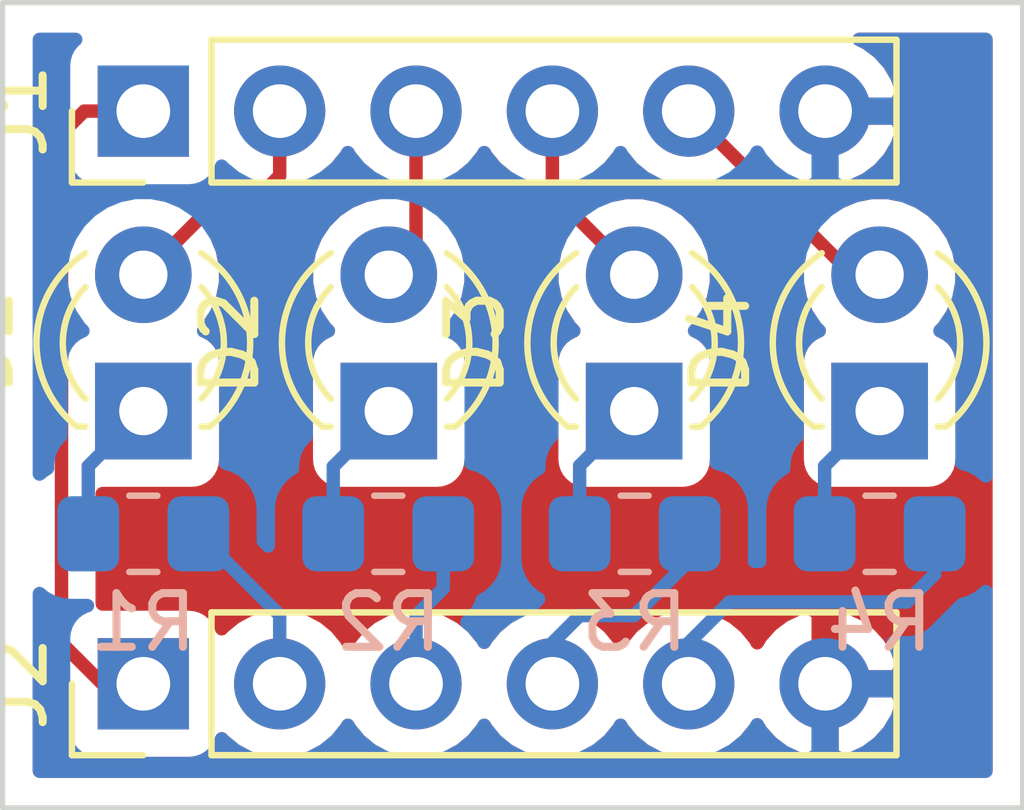
<source format=kicad_pcb>
(kicad_pcb (version 20171130) (host pcbnew 5.0.2)

  (general
    (thickness 1.6)
    (drawings 4)
    (tracks 38)
    (zones 0)
    (modules 10)
    (nets 15)
  )

  (page A4)
  (layers
    (0 F.Cu signal)
    (31 B.Cu signal)
    (32 B.Adhes user hide)
    (33 F.Adhes user hide)
    (34 B.Paste user hide)
    (35 F.Paste user hide)
    (36 B.SilkS user hide)
    (37 F.SilkS user hide)
    (38 B.Mask user)
    (39 F.Mask user)
    (40 Dwgs.User user hide)
    (41 Cmts.User user hide)
    (42 Eco1.User user hide)
    (43 Eco2.User user hide)
    (44 Edge.Cuts user)
    (45 Margin user)
    (46 B.CrtYd user hide)
    (47 F.CrtYd user hide)
    (48 B.Fab user hide)
    (49 F.Fab user hide)
  )

  (setup
    (last_trace_width 0.25)
    (user_trace_width 1.27)
    (user_trace_width 2.54)
    (trace_clearance 0.2)
    (zone_clearance 0.508)
    (zone_45_only no)
    (trace_min 0.2)
    (segment_width 0.2)
    (edge_width 0.05)
    (via_size 0.8)
    (via_drill 0.4)
    (via_min_size 0.4)
    (via_min_drill 0.3)
    (uvia_size 0.3)
    (uvia_drill 0.1)
    (uvias_allowed no)
    (uvia_min_size 0.2)
    (uvia_min_drill 0.1)
    (pcb_text_width 0.3)
    (pcb_text_size 1.5 1.5)
    (mod_edge_width 0.12)
    (mod_text_size 1 1)
    (mod_text_width 0.15)
    (pad_size 1.524 1.524)
    (pad_drill 0.762)
    (pad_to_mask_clearance 0.051)
    (solder_mask_min_width 0.25)
    (aux_axis_origin 132 109.5)
    (grid_origin 132 109.5)
    (visible_elements 7FFFEFFF)
    (pcbplotparams
      (layerselection 0x010c0_ffffffff)
      (usegerberextensions true)
      (usegerberattributes false)
      (usegerberadvancedattributes false)
      (creategerberjobfile false)
      (excludeedgelayer false)
      (linewidth 0.100000)
      (plotframeref false)
      (viasonmask false)
      (mode 1)
      (useauxorigin true)
      (hpglpennumber 1)
      (hpglpenspeed 20)
      (hpglpendiameter 15.000000)
      (psnegative false)
      (psa4output false)
      (plotreference false)
      (plotvalue false)
      (plotinvisibletext false)
      (padsonsilk true)
      (subtractmaskfromsilk false)
      (outputformat 1)
      (mirror false)
      (drillshape 0)
      (scaleselection 1)
      (outputdirectory "/tmp"))
  )

  (net 0 "")
  (net 1 "Net-(D1-Pad2)")
  (net 2 "Net-(D1-Pad1)")
  (net 3 "Net-(D2-Pad2)")
  (net 4 "Net-(D2-Pad1)")
  (net 5 "Net-(D3-Pad2)")
  (net 6 "Net-(D3-Pad1)")
  (net 7 "Net-(D4-Pad2)")
  (net 8 "Net-(D4-Pad1)")
  (net 9 GND)
  (net 10 VCC)
  (net 11 "Net-(J2-Pad5)")
  (net 12 "Net-(J2-Pad4)")
  (net 13 "Net-(J2-Pad3)")
  (net 14 "Net-(J2-Pad2)")

  (net_class Default "Dies ist die voreingestellte Netzklasse."
    (clearance 0.2)
    (trace_width 0.25)
    (via_dia 0.8)
    (via_drill 0.4)
    (uvia_dia 0.3)
    (uvia_drill 0.1)
    (add_net GND)
    (add_net "Net-(D1-Pad1)")
    (add_net "Net-(D1-Pad2)")
    (add_net "Net-(D2-Pad1)")
    (add_net "Net-(D2-Pad2)")
    (add_net "Net-(D3-Pad1)")
    (add_net "Net-(D3-Pad2)")
    (add_net "Net-(D4-Pad1)")
    (add_net "Net-(D4-Pad2)")
    (add_net "Net-(J2-Pad2)")
    (add_net "Net-(J2-Pad3)")
    (add_net "Net-(J2-Pad4)")
    (add_net "Net-(J2-Pad5)")
    (add_net VCC)
  )

  (module Resistor_SMD:R_0805_2012Metric_Pad1.15x1.40mm_HandSolder (layer B.Cu) (tedit 5B36C52B) (tstamp 5D680666)
    (at 148.336 104.394)
    (descr "Resistor SMD 0805 (2012 Metric), square (rectangular) end terminal, IPC_7351 nominal with elongated pad for handsoldering. (Body size source: https://docs.google.com/spreadsheets/d/1BsfQQcO9C6DZCsRaXUlFlo91Tg2WpOkGARC1WS5S8t0/edit?usp=sharing), generated with kicad-footprint-generator")
    (tags "resistor handsolder")
    (path /5D67EBB2)
    (attr smd)
    (fp_text reference R4 (at 0 1.65) (layer B.SilkS)
      (effects (font (size 1 1) (thickness 0.15)) (justify mirror))
    )
    (fp_text value R (at 0 -1.65) (layer B.Fab)
      (effects (font (size 1 1) (thickness 0.15)) (justify mirror))
    )
    (fp_text user %R (at 0 0) (layer B.Fab)
      (effects (font (size 0.5 0.5) (thickness 0.08)) (justify mirror))
    )
    (fp_line (start 1.85 -0.95) (end -1.85 -0.95) (layer B.CrtYd) (width 0.05))
    (fp_line (start 1.85 0.95) (end 1.85 -0.95) (layer B.CrtYd) (width 0.05))
    (fp_line (start -1.85 0.95) (end 1.85 0.95) (layer B.CrtYd) (width 0.05))
    (fp_line (start -1.85 -0.95) (end -1.85 0.95) (layer B.CrtYd) (width 0.05))
    (fp_line (start -0.261252 -0.71) (end 0.261252 -0.71) (layer B.SilkS) (width 0.12))
    (fp_line (start -0.261252 0.71) (end 0.261252 0.71) (layer B.SilkS) (width 0.12))
    (fp_line (start 1 -0.6) (end -1 -0.6) (layer B.Fab) (width 0.1))
    (fp_line (start 1 0.6) (end 1 -0.6) (layer B.Fab) (width 0.1))
    (fp_line (start -1 0.6) (end 1 0.6) (layer B.Fab) (width 0.1))
    (fp_line (start -1 -0.6) (end -1 0.6) (layer B.Fab) (width 0.1))
    (pad 2 smd roundrect (at 1.025 0) (size 1.15 1.4) (layers B.Cu B.Paste B.Mask) (roundrect_rratio 0.217391)
      (net 11 "Net-(J2-Pad5)"))
    (pad 1 smd roundrect (at -1.025 0) (size 1.15 1.4) (layers B.Cu B.Paste B.Mask) (roundrect_rratio 0.217391)
      (net 8 "Net-(D4-Pad1)"))
    (model ${KISYS3DMOD}/Resistor_SMD.3dshapes/R_0805_2012Metric.wrl
      (at (xyz 0 0 0))
      (scale (xyz 1 1 1))
      (rotate (xyz 0 0 0))
    )
  )

  (module Resistor_SMD:R_0805_2012Metric_Pad1.15x1.40mm_HandSolder (layer B.Cu) (tedit 5B36C52B) (tstamp 5D681124)
    (at 143.773 104.394)
    (descr "Resistor SMD 0805 (2012 Metric), square (rectangular) end terminal, IPC_7351 nominal with elongated pad for handsoldering. (Body size source: https://docs.google.com/spreadsheets/d/1BsfQQcO9C6DZCsRaXUlFlo91Tg2WpOkGARC1WS5S8t0/edit?usp=sharing), generated with kicad-footprint-generator")
    (tags "resistor handsolder")
    (path /5D67E986)
    (attr smd)
    (fp_text reference R3 (at 0 1.65 180) (layer B.SilkS)
      (effects (font (size 1 1) (thickness 0.15)) (justify mirror))
    )
    (fp_text value R (at 0 -1.65 180) (layer B.Fab)
      (effects (font (size 1 1) (thickness 0.15)) (justify mirror))
    )
    (fp_text user %R (at 0 0 180) (layer B.Fab)
      (effects (font (size 0.5 0.5) (thickness 0.08)) (justify mirror))
    )
    (fp_line (start 1.85 -0.95) (end -1.85 -0.95) (layer B.CrtYd) (width 0.05))
    (fp_line (start 1.85 0.95) (end 1.85 -0.95) (layer B.CrtYd) (width 0.05))
    (fp_line (start -1.85 0.95) (end 1.85 0.95) (layer B.CrtYd) (width 0.05))
    (fp_line (start -1.85 -0.95) (end -1.85 0.95) (layer B.CrtYd) (width 0.05))
    (fp_line (start -0.261252 -0.71) (end 0.261252 -0.71) (layer B.SilkS) (width 0.12))
    (fp_line (start -0.261252 0.71) (end 0.261252 0.71) (layer B.SilkS) (width 0.12))
    (fp_line (start 1 -0.6) (end -1 -0.6) (layer B.Fab) (width 0.1))
    (fp_line (start 1 0.6) (end 1 -0.6) (layer B.Fab) (width 0.1))
    (fp_line (start -1 0.6) (end 1 0.6) (layer B.Fab) (width 0.1))
    (fp_line (start -1 -0.6) (end -1 0.6) (layer B.Fab) (width 0.1))
    (pad 2 smd roundrect (at 1.025 0) (size 1.15 1.4) (layers B.Cu B.Paste B.Mask) (roundrect_rratio 0.217391)
      (net 12 "Net-(J2-Pad4)"))
    (pad 1 smd roundrect (at -1.025 0) (size 1.15 1.4) (layers B.Cu B.Paste B.Mask) (roundrect_rratio 0.217391)
      (net 6 "Net-(D3-Pad1)"))
    (model ${KISYS3DMOD}/Resistor_SMD.3dshapes/R_0805_2012Metric.wrl
      (at (xyz 0 0 0))
      (scale (xyz 1 1 1))
      (rotate (xyz 0 0 0))
    )
  )

  (module Resistor_SMD:R_0805_2012Metric_Pad1.15x1.40mm_HandSolder (layer B.Cu) (tedit 5B36C52B) (tstamp 5D680644)
    (at 139.183 104.394)
    (descr "Resistor SMD 0805 (2012 Metric), square (rectangular) end terminal, IPC_7351 nominal with elongated pad for handsoldering. (Body size source: https://docs.google.com/spreadsheets/d/1BsfQQcO9C6DZCsRaXUlFlo91Tg2WpOkGARC1WS5S8t0/edit?usp=sharing), generated with kicad-footprint-generator")
    (tags "resistor handsolder")
    (path /5D67E741)
    (attr smd)
    (fp_text reference R2 (at 0 1.65) (layer B.SilkS)
      (effects (font (size 1 1) (thickness 0.15)) (justify mirror))
    )
    (fp_text value R (at 0 -1.65) (layer B.Fab)
      (effects (font (size 1 1) (thickness 0.15)) (justify mirror))
    )
    (fp_text user %R (at 0 0) (layer B.Fab)
      (effects (font (size 0.5 0.5) (thickness 0.08)) (justify mirror))
    )
    (fp_line (start 1.85 -0.95) (end -1.85 -0.95) (layer B.CrtYd) (width 0.05))
    (fp_line (start 1.85 0.95) (end 1.85 -0.95) (layer B.CrtYd) (width 0.05))
    (fp_line (start -1.85 0.95) (end 1.85 0.95) (layer B.CrtYd) (width 0.05))
    (fp_line (start -1.85 -0.95) (end -1.85 0.95) (layer B.CrtYd) (width 0.05))
    (fp_line (start -0.261252 -0.71) (end 0.261252 -0.71) (layer B.SilkS) (width 0.12))
    (fp_line (start -0.261252 0.71) (end 0.261252 0.71) (layer B.SilkS) (width 0.12))
    (fp_line (start 1 -0.6) (end -1 -0.6) (layer B.Fab) (width 0.1))
    (fp_line (start 1 0.6) (end 1 -0.6) (layer B.Fab) (width 0.1))
    (fp_line (start -1 0.6) (end 1 0.6) (layer B.Fab) (width 0.1))
    (fp_line (start -1 -0.6) (end -1 0.6) (layer B.Fab) (width 0.1))
    (pad 2 smd roundrect (at 1.025 0) (size 1.15 1.4) (layers B.Cu B.Paste B.Mask) (roundrect_rratio 0.217391)
      (net 13 "Net-(J2-Pad3)"))
    (pad 1 smd roundrect (at -1.025 0) (size 1.15 1.4) (layers B.Cu B.Paste B.Mask) (roundrect_rratio 0.217391)
      (net 4 "Net-(D2-Pad1)"))
    (model ${KISYS3DMOD}/Resistor_SMD.3dshapes/R_0805_2012Metric.wrl
      (at (xyz 0 0 0))
      (scale (xyz 1 1 1))
      (rotate (xyz 0 0 0))
    )
  )

  (module Resistor_SMD:R_0805_2012Metric_Pad1.15x1.40mm_HandSolder (layer B.Cu) (tedit 5B36C52B) (tstamp 5D680633)
    (at 134.62 104.394)
    (descr "Resistor SMD 0805 (2012 Metric), square (rectangular) end terminal, IPC_7351 nominal with elongated pad for handsoldering. (Body size source: https://docs.google.com/spreadsheets/d/1BsfQQcO9C6DZCsRaXUlFlo91Tg2WpOkGARC1WS5S8t0/edit?usp=sharing), generated with kicad-footprint-generator")
    (tags "resistor handsolder")
    (path /5D67DBF9)
    (attr smd)
    (fp_text reference R1 (at 0 1.65 180) (layer B.SilkS)
      (effects (font (size 1 1) (thickness 0.15)) (justify mirror))
    )
    (fp_text value R (at 0 -1.65 180) (layer B.Fab)
      (effects (font (size 1 1) (thickness 0.15)) (justify mirror))
    )
    (fp_text user %R (at 0 0 180) (layer B.Fab)
      (effects (font (size 0.5 0.5) (thickness 0.08)) (justify mirror))
    )
    (fp_line (start 1.85 -0.95) (end -1.85 -0.95) (layer B.CrtYd) (width 0.05))
    (fp_line (start 1.85 0.95) (end 1.85 -0.95) (layer B.CrtYd) (width 0.05))
    (fp_line (start -1.85 0.95) (end 1.85 0.95) (layer B.CrtYd) (width 0.05))
    (fp_line (start -1.85 -0.95) (end -1.85 0.95) (layer B.CrtYd) (width 0.05))
    (fp_line (start -0.261252 -0.71) (end 0.261252 -0.71) (layer B.SilkS) (width 0.12))
    (fp_line (start -0.261252 0.71) (end 0.261252 0.71) (layer B.SilkS) (width 0.12))
    (fp_line (start 1 -0.6) (end -1 -0.6) (layer B.Fab) (width 0.1))
    (fp_line (start 1 0.6) (end 1 -0.6) (layer B.Fab) (width 0.1))
    (fp_line (start -1 0.6) (end 1 0.6) (layer B.Fab) (width 0.1))
    (fp_line (start -1 -0.6) (end -1 0.6) (layer B.Fab) (width 0.1))
    (pad 2 smd roundrect (at 1.025 0) (size 1.15 1.4) (layers B.Cu B.Paste B.Mask) (roundrect_rratio 0.217391)
      (net 14 "Net-(J2-Pad2)"))
    (pad 1 smd roundrect (at -1.025 0) (size 1.15 1.4) (layers B.Cu B.Paste B.Mask) (roundrect_rratio 0.217391)
      (net 2 "Net-(D1-Pad1)"))
    (model ${KISYS3DMOD}/Resistor_SMD.3dshapes/R_0805_2012Metric.wrl
      (at (xyz 0 0 0))
      (scale (xyz 1 1 1))
      (rotate (xyz 0 0 0))
    )
  )

  (module Connector_PinHeader_2.54mm:PinHeader_1x06_P2.54mm_Vertical (layer F.Cu) (tedit 59FED5CC) (tstamp 5D681682)
    (at 134.62 107.188 90)
    (descr "Through hole straight pin header, 1x06, 2.54mm pitch, single row")
    (tags "Through hole pin header THT 1x06 2.54mm single row")
    (path /5D68113E)
    (fp_text reference J2 (at 0 -2.33 90) (layer F.SilkS)
      (effects (font (size 1 1) (thickness 0.15)))
    )
    (fp_text value Conn_01x06 (at 0 15.03 90) (layer F.Fab)
      (effects (font (size 1 1) (thickness 0.15)))
    )
    (fp_text user %R (at 0 6.35) (layer F.Fab)
      (effects (font (size 1 1) (thickness 0.15)))
    )
    (fp_line (start 1.8 -1.8) (end -1.8 -1.8) (layer F.CrtYd) (width 0.05))
    (fp_line (start 1.8 14.5) (end 1.8 -1.8) (layer F.CrtYd) (width 0.05))
    (fp_line (start -1.8 14.5) (end 1.8 14.5) (layer F.CrtYd) (width 0.05))
    (fp_line (start -1.8 -1.8) (end -1.8 14.5) (layer F.CrtYd) (width 0.05))
    (fp_line (start -1.33 -1.33) (end 0 -1.33) (layer F.SilkS) (width 0.12))
    (fp_line (start -1.33 0) (end -1.33 -1.33) (layer F.SilkS) (width 0.12))
    (fp_line (start -1.33 1.27) (end 1.33 1.27) (layer F.SilkS) (width 0.12))
    (fp_line (start 1.33 1.27) (end 1.33 14.03) (layer F.SilkS) (width 0.12))
    (fp_line (start -1.33 1.27) (end -1.33 14.03) (layer F.SilkS) (width 0.12))
    (fp_line (start -1.33 14.03) (end 1.33 14.03) (layer F.SilkS) (width 0.12))
    (fp_line (start -1.27 -0.635) (end -0.635 -1.27) (layer F.Fab) (width 0.1))
    (fp_line (start -1.27 13.97) (end -1.27 -0.635) (layer F.Fab) (width 0.1))
    (fp_line (start 1.27 13.97) (end -1.27 13.97) (layer F.Fab) (width 0.1))
    (fp_line (start 1.27 -1.27) (end 1.27 13.97) (layer F.Fab) (width 0.1))
    (fp_line (start -0.635 -1.27) (end 1.27 -1.27) (layer F.Fab) (width 0.1))
    (pad 6 thru_hole oval (at 0 12.7 90) (size 1.7 1.7) (drill 1) (layers *.Cu *.Mask)
      (net 9 GND))
    (pad 5 thru_hole oval (at 0 10.16 90) (size 1.7 1.7) (drill 1) (layers *.Cu *.Mask)
      (net 11 "Net-(J2-Pad5)"))
    (pad 4 thru_hole oval (at 0 7.62 90) (size 1.7 1.7) (drill 1) (layers *.Cu *.Mask)
      (net 12 "Net-(J2-Pad4)"))
    (pad 3 thru_hole oval (at 0 5.08 90) (size 1.7 1.7) (drill 1) (layers *.Cu *.Mask)
      (net 13 "Net-(J2-Pad3)"))
    (pad 2 thru_hole oval (at 0 2.54 90) (size 1.7 1.7) (drill 1) (layers *.Cu *.Mask)
      (net 14 "Net-(J2-Pad2)"))
    (pad 1 thru_hole rect (at 0 0 90) (size 1.7 1.7) (drill 1) (layers *.Cu *.Mask)
      (net 10 VCC))
    (model ${KISYS3DMOD}/Connector_PinHeader_2.54mm.3dshapes/PinHeader_1x06_P2.54mm_Vertical.wrl
      (at (xyz 0 0 0))
      (scale (xyz 1 1 1))
      (rotate (xyz 0 0 0))
    )
  )

  (module Connector_PinHeader_2.54mm:PinHeader_1x06_P2.54mm_Vertical (layer F.Cu) (tedit 59FED5CC) (tstamp 5D680608)
    (at 134.62 96.52 90)
    (descr "Through hole straight pin header, 1x06, 2.54mm pitch, single row")
    (tags "Through hole pin header THT 1x06 2.54mm single row")
    (path /5D67F92B)
    (fp_text reference J1 (at 0 -2.33 90) (layer F.SilkS)
      (effects (font (size 1 1) (thickness 0.15)))
    )
    (fp_text value Conn_01x06 (at 0 15.03 90) (layer F.Fab)
      (effects (font (size 1 1) (thickness 0.15)))
    )
    (fp_text user %R (at -0.24 6.35) (layer F.Fab)
      (effects (font (size 1 1) (thickness 0.15)))
    )
    (fp_line (start 1.8 -1.8) (end -1.8 -1.8) (layer F.CrtYd) (width 0.05))
    (fp_line (start 1.8 14.5) (end 1.8 -1.8) (layer F.CrtYd) (width 0.05))
    (fp_line (start -1.8 14.5) (end 1.8 14.5) (layer F.CrtYd) (width 0.05))
    (fp_line (start -1.8 -1.8) (end -1.8 14.5) (layer F.CrtYd) (width 0.05))
    (fp_line (start -1.33 -1.33) (end 0 -1.33) (layer F.SilkS) (width 0.12))
    (fp_line (start -1.33 0) (end -1.33 -1.33) (layer F.SilkS) (width 0.12))
    (fp_line (start -1.33 1.27) (end 1.33 1.27) (layer F.SilkS) (width 0.12))
    (fp_line (start 1.33 1.27) (end 1.33 14.03) (layer F.SilkS) (width 0.12))
    (fp_line (start -1.33 1.27) (end -1.33 14.03) (layer F.SilkS) (width 0.12))
    (fp_line (start -1.33 14.03) (end 1.33 14.03) (layer F.SilkS) (width 0.12))
    (fp_line (start -1.27 -0.635) (end -0.635 -1.27) (layer F.Fab) (width 0.1))
    (fp_line (start -1.27 13.97) (end -1.27 -0.635) (layer F.Fab) (width 0.1))
    (fp_line (start 1.27 13.97) (end -1.27 13.97) (layer F.Fab) (width 0.1))
    (fp_line (start 1.27 -1.27) (end 1.27 13.97) (layer F.Fab) (width 0.1))
    (fp_line (start -0.635 -1.27) (end 1.27 -1.27) (layer F.Fab) (width 0.1))
    (pad 6 thru_hole oval (at 0 12.7 90) (size 1.7 1.7) (drill 1) (layers *.Cu *.Mask)
      (net 9 GND))
    (pad 5 thru_hole oval (at 0 10.16 90) (size 1.7 1.7) (drill 1) (layers *.Cu *.Mask)
      (net 7 "Net-(D4-Pad2)"))
    (pad 4 thru_hole oval (at 0 7.62 90) (size 1.7 1.7) (drill 1) (layers *.Cu *.Mask)
      (net 5 "Net-(D3-Pad2)"))
    (pad 3 thru_hole oval (at 0 5.08 90) (size 1.7 1.7) (drill 1) (layers *.Cu *.Mask)
      (net 3 "Net-(D2-Pad2)"))
    (pad 2 thru_hole oval (at 0 2.54 90) (size 1.7 1.7) (drill 1) (layers *.Cu *.Mask)
      (net 1 "Net-(D1-Pad2)"))
    (pad 1 thru_hole rect (at 0 0 90) (size 1.7 1.7) (drill 1) (layers *.Cu *.Mask)
      (net 10 VCC))
    (model ${KISYS3DMOD}/Connector_PinHeader_2.54mm.3dshapes/PinHeader_1x06_P2.54mm_Vertical.wrl
      (at (xyz 0 0 0))
      (scale (xyz 1 1 1))
      (rotate (xyz 0 0 0))
    )
  )

  (module LED_THT:LED_D3.0mm (layer F.Cu) (tedit 587A3A7B) (tstamp 5D6805EE)
    (at 148.336 102.108 90)
    (descr "LED, diameter 3.0mm, 2 pins")
    (tags "LED diameter 3.0mm 2 pins")
    (path /5D67C710)
    (fp_text reference D4 (at 1.27 -2.96 90) (layer F.SilkS)
      (effects (font (size 1 1) (thickness 0.15)))
    )
    (fp_text value LED (at 1.27 2.96 90) (layer F.Fab)
      (effects (font (size 1 1) (thickness 0.15)))
    )
    (fp_line (start 3.7 -2.25) (end -1.15 -2.25) (layer F.CrtYd) (width 0.05))
    (fp_line (start 3.7 2.25) (end 3.7 -2.25) (layer F.CrtYd) (width 0.05))
    (fp_line (start -1.15 2.25) (end 3.7 2.25) (layer F.CrtYd) (width 0.05))
    (fp_line (start -1.15 -2.25) (end -1.15 2.25) (layer F.CrtYd) (width 0.05))
    (fp_line (start -0.29 1.08) (end -0.29 1.236) (layer F.SilkS) (width 0.12))
    (fp_line (start -0.29 -1.236) (end -0.29 -1.08) (layer F.SilkS) (width 0.12))
    (fp_line (start -0.23 -1.16619) (end -0.23 1.16619) (layer F.Fab) (width 0.1))
    (fp_circle (center 1.27 0) (end 2.77 0) (layer F.Fab) (width 0.1))
    (fp_arc (start 1.27 0) (end 0.229039 1.08) (angle -87.9) (layer F.SilkS) (width 0.12))
    (fp_arc (start 1.27 0) (end 0.229039 -1.08) (angle 87.9) (layer F.SilkS) (width 0.12))
    (fp_arc (start 1.27 0) (end -0.29 1.235516) (angle -108.8) (layer F.SilkS) (width 0.12))
    (fp_arc (start 1.27 0) (end -0.29 -1.235516) (angle 108.8) (layer F.SilkS) (width 0.12))
    (fp_arc (start 1.27 0) (end -0.23 -1.16619) (angle 284.3) (layer F.Fab) (width 0.1))
    (pad 2 thru_hole circle (at 2.54 0 90) (size 1.8 1.8) (drill 0.9) (layers *.Cu *.Mask)
      (net 7 "Net-(D4-Pad2)"))
    (pad 1 thru_hole rect (at 0 0 90) (size 1.8 1.8) (drill 0.9) (layers *.Cu *.Mask)
      (net 8 "Net-(D4-Pad1)"))
    (model ${KISYS3DMOD}/LED_THT.3dshapes/LED_D3.0mm.wrl
      (at (xyz 0 0 0))
      (scale (xyz 1 1 1))
      (rotate (xyz 0 0 0))
    )
  )

  (module LED_THT:LED_D3.0mm (layer F.Cu) (tedit 587A3A7B) (tstamp 5D6805DB)
    (at 143.764 102.108 90)
    (descr "LED, diameter 3.0mm, 2 pins")
    (tags "LED diameter 3.0mm 2 pins")
    (path /5D67C4BD)
    (fp_text reference D3 (at 1.27 -2.96 90) (layer F.SilkS)
      (effects (font (size 1 1) (thickness 0.15)))
    )
    (fp_text value LED (at 1.27 2.96 90) (layer F.Fab)
      (effects (font (size 1 1) (thickness 0.15)))
    )
    (fp_line (start 3.7 -2.25) (end -1.15 -2.25) (layer F.CrtYd) (width 0.05))
    (fp_line (start 3.7 2.25) (end 3.7 -2.25) (layer F.CrtYd) (width 0.05))
    (fp_line (start -1.15 2.25) (end 3.7 2.25) (layer F.CrtYd) (width 0.05))
    (fp_line (start -1.15 -2.25) (end -1.15 2.25) (layer F.CrtYd) (width 0.05))
    (fp_line (start -0.29 1.08) (end -0.29 1.236) (layer F.SilkS) (width 0.12))
    (fp_line (start -0.29 -1.236) (end -0.29 -1.08) (layer F.SilkS) (width 0.12))
    (fp_line (start -0.23 -1.16619) (end -0.23 1.16619) (layer F.Fab) (width 0.1))
    (fp_circle (center 1.27 0) (end 2.77 0) (layer F.Fab) (width 0.1))
    (fp_arc (start 1.27 0) (end 0.229039 1.08) (angle -87.9) (layer F.SilkS) (width 0.12))
    (fp_arc (start 1.27 0) (end 0.229039 -1.08) (angle 87.9) (layer F.SilkS) (width 0.12))
    (fp_arc (start 1.27 0) (end -0.29 1.235516) (angle -108.8) (layer F.SilkS) (width 0.12))
    (fp_arc (start 1.27 0) (end -0.29 -1.235516) (angle 108.8) (layer F.SilkS) (width 0.12))
    (fp_arc (start 1.27 0) (end -0.23 -1.16619) (angle 284.3) (layer F.Fab) (width 0.1))
    (pad 2 thru_hole circle (at 2.54 0 90) (size 1.8 1.8) (drill 0.9) (layers *.Cu *.Mask)
      (net 5 "Net-(D3-Pad2)"))
    (pad 1 thru_hole rect (at 0 0 90) (size 1.8 1.8) (drill 0.9) (layers *.Cu *.Mask)
      (net 6 "Net-(D3-Pad1)"))
    (model ${KISYS3DMOD}/LED_THT.3dshapes/LED_D3.0mm.wrl
      (at (xyz 0 0 0))
      (scale (xyz 1 1 1))
      (rotate (xyz 0 0 0))
    )
  )

  (module LED_THT:LED_D3.0mm (layer F.Cu) (tedit 587A3A7B) (tstamp 5D6805C8)
    (at 139.192 102.108 90)
    (descr "LED, diameter 3.0mm, 2 pins")
    (tags "LED diameter 3.0mm 2 pins")
    (path /5D67BE67)
    (fp_text reference D2 (at 1.27 -2.96 90) (layer F.SilkS)
      (effects (font (size 1 1) (thickness 0.15)))
    )
    (fp_text value LED (at 1.27 2.96 90) (layer F.Fab)
      (effects (font (size 1 1) (thickness 0.15)))
    )
    (fp_line (start 3.7 -2.25) (end -1.15 -2.25) (layer F.CrtYd) (width 0.05))
    (fp_line (start 3.7 2.25) (end 3.7 -2.25) (layer F.CrtYd) (width 0.05))
    (fp_line (start -1.15 2.25) (end 3.7 2.25) (layer F.CrtYd) (width 0.05))
    (fp_line (start -1.15 -2.25) (end -1.15 2.25) (layer F.CrtYd) (width 0.05))
    (fp_line (start -0.29 1.08) (end -0.29 1.236) (layer F.SilkS) (width 0.12))
    (fp_line (start -0.29 -1.236) (end -0.29 -1.08) (layer F.SilkS) (width 0.12))
    (fp_line (start -0.23 -1.16619) (end -0.23 1.16619) (layer F.Fab) (width 0.1))
    (fp_circle (center 1.27 0) (end 2.77 0) (layer F.Fab) (width 0.1))
    (fp_arc (start 1.27 0) (end 0.229039 1.08) (angle -87.9) (layer F.SilkS) (width 0.12))
    (fp_arc (start 1.27 0) (end 0.229039 -1.08) (angle 87.9) (layer F.SilkS) (width 0.12))
    (fp_arc (start 1.27 0) (end -0.29 1.235516) (angle -108.8) (layer F.SilkS) (width 0.12))
    (fp_arc (start 1.27 0) (end -0.29 -1.235516) (angle 108.8) (layer F.SilkS) (width 0.12))
    (fp_arc (start 1.27 0) (end -0.23 -1.16619) (angle 284.3) (layer F.Fab) (width 0.1))
    (pad 2 thru_hole circle (at 2.54 0 90) (size 1.8 1.8) (drill 0.9) (layers *.Cu *.Mask)
      (net 3 "Net-(D2-Pad2)"))
    (pad 1 thru_hole rect (at 0 0 90) (size 1.8 1.8) (drill 0.9) (layers *.Cu *.Mask)
      (net 4 "Net-(D2-Pad1)"))
    (model ${KISYS3DMOD}/LED_THT.3dshapes/LED_D3.0mm.wrl
      (at (xyz 0 0 0))
      (scale (xyz 1 1 1))
      (rotate (xyz 0 0 0))
    )
  )

  (module LED_THT:LED_D3.0mm (layer F.Cu) (tedit 587A3A7B) (tstamp 5D681D89)
    (at 134.62 102.108 90)
    (descr "LED, diameter 3.0mm, 2 pins")
    (tags "LED diameter 3.0mm 2 pins")
    (path /5D67B38D)
    (fp_text reference D1 (at 1.27 -2.96 90) (layer F.SilkS)
      (effects (font (size 1 1) (thickness 0.15)))
    )
    (fp_text value LED (at 1.27 2.96 90) (layer F.Fab)
      (effects (font (size 1 1) (thickness 0.15)))
    )
    (fp_line (start 3.7 -2.25) (end -1.15 -2.25) (layer F.CrtYd) (width 0.05))
    (fp_line (start 3.7 2.25) (end 3.7 -2.25) (layer F.CrtYd) (width 0.05))
    (fp_line (start -1.15 2.25) (end 3.7 2.25) (layer F.CrtYd) (width 0.05))
    (fp_line (start -1.15 -2.25) (end -1.15 2.25) (layer F.CrtYd) (width 0.05))
    (fp_line (start -0.29 1.08) (end -0.29 1.236) (layer F.SilkS) (width 0.12))
    (fp_line (start -0.29 -1.236) (end -0.29 -1.08) (layer F.SilkS) (width 0.12))
    (fp_line (start -0.23 -1.16619) (end -0.23 1.16619) (layer F.Fab) (width 0.1))
    (fp_circle (center 1.27 0) (end 2.77 0) (layer F.Fab) (width 0.1))
    (fp_arc (start 1.27 0) (end 0.229039 1.08) (angle -87.9) (layer F.SilkS) (width 0.12))
    (fp_arc (start 1.27 0) (end 0.229039 -1.08) (angle 87.9) (layer F.SilkS) (width 0.12))
    (fp_arc (start 1.27 0) (end -0.29 1.235516) (angle -108.8) (layer F.SilkS) (width 0.12))
    (fp_arc (start 1.27 0) (end -0.29 -1.235516) (angle 108.8) (layer F.SilkS) (width 0.12))
    (fp_arc (start 1.27 0) (end -0.23 -1.16619) (angle 284.3) (layer F.Fab) (width 0.1))
    (pad 2 thru_hole circle (at 2.54 0 90) (size 1.8 1.8) (drill 0.9) (layers *.Cu *.Mask)
      (net 1 "Net-(D1-Pad2)"))
    (pad 1 thru_hole rect (at 0 0 90) (size 1.8 1.8) (drill 0.9) (layers *.Cu *.Mask)
      (net 2 "Net-(D1-Pad1)"))
    (model ${KISYS3DMOD}/LED_THT.3dshapes/LED_D3.0mm.wrl
      (at (xyz 0 0 0))
      (scale (xyz 1 1 1))
      (rotate (xyz 0 0 0))
    )
  )

  (gr_line (start 132 109.5) (end 132 94.5) (layer Edge.Cuts) (width 0.1))
  (gr_line (start 151 109.5) (end 132 109.5) (layer Edge.Cuts) (width 0.1))
  (gr_line (start 151 94.5) (end 151 109.5) (layer Edge.Cuts) (width 0.1))
  (gr_line (start 132 94.5) (end 151 94.5) (layer Edge.Cuts) (width 0.1))

  (segment (start 137.16 97.722081) (end 136.652 98.230081) (width 0.25) (layer F.Cu) (net 1))
  (segment (start 137.16 96.52) (end 137.16 97.722081) (width 0.25) (layer F.Cu) (net 1))
  (segment (start 135.957919 98.230081) (end 134.62 99.568) (width 0.25) (layer F.Cu) (net 1))
  (segment (start 136.652 98.230081) (end 135.957919 98.230081) (width 0.25) (layer F.Cu) (net 1))
  (segment (start 133.595 103.133) (end 134.62 102.108) (width 0.25) (layer B.Cu) (net 2))
  (segment (start 133.595 104.394) (end 133.595 103.133) (width 0.25) (layer B.Cu) (net 2))
  (segment (start 139.7 99.06) (end 139.192 99.568) (width 0.25) (layer F.Cu) (net 3))
  (segment (start 139.7 96.52) (end 139.7 99.06) (width 0.25) (layer F.Cu) (net 3))
  (segment (start 138.158 103.142) (end 139.192 102.108) (width 0.25) (layer B.Cu) (net 4))
  (segment (start 138.158 104.394) (end 138.158 103.142) (width 0.25) (layer B.Cu) (net 4))
  (segment (start 142.24 98.044) (end 143.764 99.568) (width 0.25) (layer F.Cu) (net 5))
  (segment (start 142.24 96.52) (end 142.24 98.044) (width 0.25) (layer F.Cu) (net 5))
  (segment (start 142.748 103.124) (end 143.764 102.108) (width 0.25) (layer B.Cu) (net 6))
  (segment (start 142.748 104.394) (end 142.748 103.124) (width 0.25) (layer B.Cu) (net 6))
  (segment (start 147.828 99.568) (end 148.336 99.568) (width 0.25) (layer F.Cu) (net 7))
  (segment (start 144.78 96.52) (end 147.828 99.568) (width 0.25) (layer F.Cu) (net 7))
  (segment (start 147.311 103.133) (end 148.336 102.108) (width 0.25) (layer B.Cu) (net 8))
  (segment (start 147.311 104.394) (end 147.311 103.133) (width 0.25) (layer B.Cu) (net 8))
  (segment (start 133.858 107.188) (end 134.62 107.188) (width 0.25) (layer F.Cu) (net 10))
  (segment (start 133.096 106.426) (end 133.858 107.188) (width 0.25) (layer F.Cu) (net 10))
  (segment (start 133.096 96.944) (end 133.096 106.426) (width 0.25) (layer F.Cu) (net 10))
  (segment (start 134.62 96.52) (end 133.52 96.52) (width 0.25) (layer F.Cu) (net 10))
  (segment (start 133.52 96.52) (end 133.096 96.944) (width 0.25) (layer F.Cu) (net 10))
  (segment (start 144.78 106.426) (end 144.78 107.188) (width 0.25) (layer B.Cu) (net 11))
  (segment (start 145.542 105.664) (end 144.78 106.426) (width 0.25) (layer B.Cu) (net 11))
  (segment (start 148.844 105.664) (end 145.542 105.664) (width 0.25) (layer B.Cu) (net 11))
  (segment (start 149.361 104.394) (end 149.361 105.147) (width 0.25) (layer B.Cu) (net 11))
  (segment (start 149.361 105.147) (end 148.844 105.664) (width 0.25) (layer B.Cu) (net 11))
  (segment (start 142.24 106.426) (end 142.24 107.188) (width 0.25) (layer B.Cu) (net 12))
  (segment (start 142.748 105.918) (end 142.24 106.426) (width 0.25) (layer B.Cu) (net 12))
  (segment (start 143.764 105.918) (end 142.748 105.918) (width 0.25) (layer B.Cu) (net 12))
  (segment (start 144.798 104.394) (end 144.798 104.884) (width 0.25) (layer B.Cu) (net 12))
  (segment (start 144.798 104.884) (end 143.764 105.918) (width 0.25) (layer B.Cu) (net 12))
  (segment (start 140.208 104.394) (end 140.208 105.41) (width 0.25) (layer B.Cu) (net 13))
  (segment (start 139.7 105.918) (end 139.7 107.188) (width 0.25) (layer B.Cu) (net 13))
  (segment (start 140.208 105.41) (end 139.7 105.918) (width 0.25) (layer B.Cu) (net 13))
  (segment (start 137.16 105.909) (end 137.16 107.188) (width 0.25) (layer B.Cu) (net 14))
  (segment (start 135.645 104.394) (end 137.16 105.909) (width 0.25) (layer B.Cu) (net 14))

  (zone (net 9) (net_name GND) (layer F.Cu) (tstamp 5D9F874F) (hatch edge 0.508)
    (connect_pads (clearance 0.508))
    (min_thickness 0.254)
    (fill yes (arc_segments 32) (thermal_gap 0.508) (thermal_bridge_width 0.508))
    (polygon
      (pts
        (xy 132.334 94.742) (xy 150.622 94.742) (xy 150.622 108.966) (xy 132.334 108.966)
      )
    )
    (filled_polygon
      (pts
        (xy 150.315001 108.815) (xy 132.685 108.815) (xy 132.685 107.089801) (xy 133.131928 107.53673) (xy 133.131928 108.038)
        (xy 133.144188 108.162482) (xy 133.180498 108.28218) (xy 133.239463 108.392494) (xy 133.318815 108.489185) (xy 133.415506 108.568537)
        (xy 133.52582 108.627502) (xy 133.645518 108.663812) (xy 133.77 108.676072) (xy 135.47 108.676072) (xy 135.594482 108.663812)
        (xy 135.71418 108.627502) (xy 135.824494 108.568537) (xy 135.921185 108.489185) (xy 136.000537 108.392494) (xy 136.059502 108.28218)
        (xy 136.080393 108.213313) (xy 136.104866 108.243134) (xy 136.330986 108.428706) (xy 136.588966 108.566599) (xy 136.868889 108.651513)
        (xy 137.08705 108.673) (xy 137.23295 108.673) (xy 137.451111 108.651513) (xy 137.731034 108.566599) (xy 137.989014 108.428706)
        (xy 138.215134 108.243134) (xy 138.400706 108.017014) (xy 138.43 107.962209) (xy 138.459294 108.017014) (xy 138.644866 108.243134)
        (xy 138.870986 108.428706) (xy 139.128966 108.566599) (xy 139.408889 108.651513) (xy 139.62705 108.673) (xy 139.77295 108.673)
        (xy 139.991111 108.651513) (xy 140.271034 108.566599) (xy 140.529014 108.428706) (xy 140.755134 108.243134) (xy 140.940706 108.017014)
        (xy 140.97 107.962209) (xy 140.999294 108.017014) (xy 141.184866 108.243134) (xy 141.410986 108.428706) (xy 141.668966 108.566599)
        (xy 141.948889 108.651513) (xy 142.16705 108.673) (xy 142.31295 108.673) (xy 142.531111 108.651513) (xy 142.811034 108.566599)
        (xy 143.069014 108.428706) (xy 143.295134 108.243134) (xy 143.480706 108.017014) (xy 143.51 107.962209) (xy 143.539294 108.017014)
        (xy 143.724866 108.243134) (xy 143.950986 108.428706) (xy 144.208966 108.566599) (xy 144.488889 108.651513) (xy 144.70705 108.673)
        (xy 144.85295 108.673) (xy 145.071111 108.651513) (xy 145.351034 108.566599) (xy 145.609014 108.428706) (xy 145.835134 108.243134)
        (xy 146.020706 108.017014) (xy 146.055201 107.952477) (xy 146.124822 108.069355) (xy 146.319731 108.285588) (xy 146.55308 108.459641)
        (xy 146.815901 108.584825) (xy 146.96311 108.629476) (xy 147.193 108.508155) (xy 147.193 107.315) (xy 147.447 107.315)
        (xy 147.447 108.508155) (xy 147.67689 108.629476) (xy 147.824099 108.584825) (xy 148.08692 108.459641) (xy 148.320269 108.285588)
        (xy 148.515178 108.069355) (xy 148.664157 107.819252) (xy 148.761481 107.544891) (xy 148.640814 107.315) (xy 147.447 107.315)
        (xy 147.193 107.315) (xy 147.173 107.315) (xy 147.173 107.061) (xy 147.193 107.061) (xy 147.193 105.867845)
        (xy 147.447 105.867845) (xy 147.447 107.061) (xy 148.640814 107.061) (xy 148.761481 106.831109) (xy 148.664157 106.556748)
        (xy 148.515178 106.306645) (xy 148.320269 106.090412) (xy 148.08692 105.916359) (xy 147.824099 105.791175) (xy 147.67689 105.746524)
        (xy 147.447 105.867845) (xy 147.193 105.867845) (xy 146.96311 105.746524) (xy 146.815901 105.791175) (xy 146.55308 105.916359)
        (xy 146.319731 106.090412) (xy 146.124822 106.306645) (xy 146.055201 106.423523) (xy 146.020706 106.358986) (xy 145.835134 106.132866)
        (xy 145.609014 105.947294) (xy 145.351034 105.809401) (xy 145.071111 105.724487) (xy 144.85295 105.703) (xy 144.70705 105.703)
        (xy 144.488889 105.724487) (xy 144.208966 105.809401) (xy 143.950986 105.947294) (xy 143.724866 106.132866) (xy 143.539294 106.358986)
        (xy 143.51 106.413791) (xy 143.480706 106.358986) (xy 143.295134 106.132866) (xy 143.069014 105.947294) (xy 142.811034 105.809401)
        (xy 142.531111 105.724487) (xy 142.31295 105.703) (xy 142.16705 105.703) (xy 141.948889 105.724487) (xy 141.668966 105.809401)
        (xy 141.410986 105.947294) (xy 141.184866 106.132866) (xy 140.999294 106.358986) (xy 140.97 106.413791) (xy 140.940706 106.358986)
        (xy 140.755134 106.132866) (xy 140.529014 105.947294) (xy 140.271034 105.809401) (xy 139.991111 105.724487) (xy 139.77295 105.703)
        (xy 139.62705 105.703) (xy 139.408889 105.724487) (xy 139.128966 105.809401) (xy 138.870986 105.947294) (xy 138.644866 106.132866)
        (xy 138.459294 106.358986) (xy 138.43 106.413791) (xy 138.400706 106.358986) (xy 138.215134 106.132866) (xy 137.989014 105.947294)
        (xy 137.731034 105.809401) (xy 137.451111 105.724487) (xy 137.23295 105.703) (xy 137.08705 105.703) (xy 136.868889 105.724487)
        (xy 136.588966 105.809401) (xy 136.330986 105.947294) (xy 136.104866 106.132866) (xy 136.080393 106.162687) (xy 136.059502 106.09382)
        (xy 136.000537 105.983506) (xy 135.921185 105.886815) (xy 135.824494 105.807463) (xy 135.71418 105.748498) (xy 135.594482 105.712188)
        (xy 135.47 105.699928) (xy 133.856 105.699928) (xy 133.856 103.646072) (xy 135.52 103.646072) (xy 135.644482 103.633812)
        (xy 135.76418 103.597502) (xy 135.874494 103.538537) (xy 135.971185 103.459185) (xy 136.050537 103.362494) (xy 136.109502 103.25218)
        (xy 136.145812 103.132482) (xy 136.158072 103.008) (xy 136.158072 101.208) (xy 136.145812 101.083518) (xy 136.109502 100.96382)
        (xy 136.050537 100.853506) (xy 135.971185 100.756815) (xy 135.874494 100.677463) (xy 135.76418 100.618498) (xy 135.745873 100.612944)
        (xy 135.812312 100.546505) (xy 135.980299 100.295095) (xy 136.096011 100.015743) (xy 136.155 99.719184) (xy 136.155 99.416816)
        (xy 136.103731 99.15907) (xy 136.272721 98.990081) (xy 136.614678 98.990081) (xy 136.652 98.993757) (xy 136.689322 98.990081)
        (xy 136.689333 98.990081) (xy 136.800986 98.979084) (xy 136.944247 98.935627) (xy 137.076276 98.865055) (xy 137.192001 98.770082)
        (xy 137.215803 98.741079) (xy 137.671002 98.285881) (xy 137.700001 98.262082) (xy 137.794974 98.146357) (xy 137.865546 98.014328)
        (xy 137.909003 97.871067) (xy 137.916031 97.799716) (xy 137.989014 97.760706) (xy 138.215134 97.575134) (xy 138.400706 97.349014)
        (xy 138.43 97.294209) (xy 138.459294 97.349014) (xy 138.644866 97.575134) (xy 138.870986 97.760706) (xy 138.940001 97.797595)
        (xy 138.940001 98.053053) (xy 138.744257 98.091989) (xy 138.464905 98.207701) (xy 138.213495 98.375688) (xy 137.999688 98.589495)
        (xy 137.831701 98.840905) (xy 137.715989 99.120257) (xy 137.657 99.416816) (xy 137.657 99.719184) (xy 137.715989 100.015743)
        (xy 137.831701 100.295095) (xy 137.999688 100.546505) (xy 138.066127 100.612944) (xy 138.04782 100.618498) (xy 137.937506 100.677463)
        (xy 137.840815 100.756815) (xy 137.761463 100.853506) (xy 137.702498 100.96382) (xy 137.666188 101.083518) (xy 137.653928 101.208)
        (xy 137.653928 103.008) (xy 137.666188 103.132482) (xy 137.702498 103.25218) (xy 137.761463 103.362494) (xy 137.840815 103.459185)
        (xy 137.937506 103.538537) (xy 138.04782 103.597502) (xy 138.167518 103.633812) (xy 138.292 103.646072) (xy 140.092 103.646072)
        (xy 140.216482 103.633812) (xy 140.33618 103.597502) (xy 140.446494 103.538537) (xy 140.543185 103.459185) (xy 140.622537 103.362494)
        (xy 140.681502 103.25218) (xy 140.717812 103.132482) (xy 140.730072 103.008) (xy 140.730072 101.208) (xy 140.717812 101.083518)
        (xy 140.681502 100.96382) (xy 140.622537 100.853506) (xy 140.543185 100.756815) (xy 140.446494 100.677463) (xy 140.33618 100.618498)
        (xy 140.317873 100.612944) (xy 140.384312 100.546505) (xy 140.552299 100.295095) (xy 140.668011 100.015743) (xy 140.727 99.719184)
        (xy 140.727 99.416816) (xy 140.668011 99.120257) (xy 140.552299 98.840905) (xy 140.46 98.70277) (xy 140.46 97.797595)
        (xy 140.529014 97.760706) (xy 140.755134 97.575134) (xy 140.940706 97.349014) (xy 140.97 97.294209) (xy 140.999294 97.349014)
        (xy 141.184866 97.575134) (xy 141.410986 97.760706) (xy 141.480001 97.797595) (xy 141.480001 98.006668) (xy 141.476324 98.044)
        (xy 141.480001 98.081333) (xy 141.486406 98.146358) (xy 141.490998 98.192985) (xy 141.534454 98.336246) (xy 141.605026 98.468276)
        (xy 141.649385 98.522327) (xy 141.7 98.584001) (xy 141.728998 98.607799) (xy 142.280269 99.15907) (xy 142.229 99.416816)
        (xy 142.229 99.719184) (xy 142.287989 100.015743) (xy 142.403701 100.295095) (xy 142.571688 100.546505) (xy 142.638127 100.612944)
        (xy 142.61982 100.618498) (xy 142.509506 100.677463) (xy 142.412815 100.756815) (xy 142.333463 100.853506) (xy 142.274498 100.96382)
        (xy 142.238188 101.083518) (xy 142.225928 101.208) (xy 142.225928 103.008) (xy 142.238188 103.132482) (xy 142.274498 103.25218)
        (xy 142.333463 103.362494) (xy 142.412815 103.459185) (xy 142.509506 103.538537) (xy 142.61982 103.597502) (xy 142.739518 103.633812)
        (xy 142.864 103.646072) (xy 144.664 103.646072) (xy 144.788482 103.633812) (xy 144.90818 103.597502) (xy 145.018494 103.538537)
        (xy 145.115185 103.459185) (xy 145.194537 103.362494) (xy 145.253502 103.25218) (xy 145.289812 103.132482) (xy 145.302072 103.008)
        (xy 145.302072 101.208) (xy 145.289812 101.083518) (xy 145.253502 100.96382) (xy 145.194537 100.853506) (xy 145.115185 100.756815)
        (xy 145.018494 100.677463) (xy 144.90818 100.618498) (xy 144.889873 100.612944) (xy 144.956312 100.546505) (xy 145.124299 100.295095)
        (xy 145.240011 100.015743) (xy 145.299 99.719184) (xy 145.299 99.416816) (xy 145.240011 99.120257) (xy 145.124299 98.840905)
        (xy 144.956312 98.589495) (xy 144.742505 98.375688) (xy 144.491095 98.207701) (xy 144.211743 98.091989) (xy 143.915184 98.033)
        (xy 143.612816 98.033) (xy 143.35507 98.084269) (xy 143.044572 97.773771) (xy 143.069014 97.760706) (xy 143.295134 97.575134)
        (xy 143.480706 97.349014) (xy 143.51 97.294209) (xy 143.539294 97.349014) (xy 143.724866 97.575134) (xy 143.950986 97.760706)
        (xy 144.208966 97.898599) (xy 144.488889 97.983513) (xy 144.70705 98.005) (xy 144.85295 98.005) (xy 145.071111 97.983513)
        (xy 145.145996 97.960797) (xy 146.801 99.615802) (xy 146.801 99.719184) (xy 146.859989 100.015743) (xy 146.975701 100.295095)
        (xy 147.143688 100.546505) (xy 147.210127 100.612944) (xy 147.19182 100.618498) (xy 147.081506 100.677463) (xy 146.984815 100.756815)
        (xy 146.905463 100.853506) (xy 146.846498 100.96382) (xy 146.810188 101.083518) (xy 146.797928 101.208) (xy 146.797928 103.008)
        (xy 146.810188 103.132482) (xy 146.846498 103.25218) (xy 146.905463 103.362494) (xy 146.984815 103.459185) (xy 147.081506 103.538537)
        (xy 147.19182 103.597502) (xy 147.311518 103.633812) (xy 147.436 103.646072) (xy 149.236 103.646072) (xy 149.360482 103.633812)
        (xy 149.48018 103.597502) (xy 149.590494 103.538537) (xy 149.687185 103.459185) (xy 149.766537 103.362494) (xy 149.825502 103.25218)
        (xy 149.861812 103.132482) (xy 149.874072 103.008) (xy 149.874072 101.208) (xy 149.861812 101.083518) (xy 149.825502 100.96382)
        (xy 149.766537 100.853506) (xy 149.687185 100.756815) (xy 149.590494 100.677463) (xy 149.48018 100.618498) (xy 149.461873 100.612944)
        (xy 149.528312 100.546505) (xy 149.696299 100.295095) (xy 149.812011 100.015743) (xy 149.871 99.719184) (xy 149.871 99.416816)
        (xy 149.812011 99.120257) (xy 149.696299 98.840905) (xy 149.528312 98.589495) (xy 149.314505 98.375688) (xy 149.063095 98.207701)
        (xy 148.783743 98.091989) (xy 148.487184 98.033) (xy 148.184816 98.033) (xy 147.888257 98.091989) (xy 147.608905 98.207701)
        (xy 147.5691 98.234298) (xy 147.339801 98.005) (xy 147.447002 98.005) (xy 147.447002 97.840156) (xy 147.67689 97.961476)
        (xy 147.824099 97.916825) (xy 148.08692 97.791641) (xy 148.320269 97.617588) (xy 148.515178 97.401355) (xy 148.664157 97.151252)
        (xy 148.761481 96.876891) (xy 148.640814 96.647) (xy 147.447 96.647) (xy 147.447 96.667) (xy 147.193 96.667)
        (xy 147.193 96.647) (xy 147.173 96.647) (xy 147.173 96.393) (xy 147.193 96.393) (xy 147.193 96.373)
        (xy 147.447 96.373) (xy 147.447 96.393) (xy 148.640814 96.393) (xy 148.761481 96.163109) (xy 148.664157 95.888748)
        (xy 148.515178 95.638645) (xy 148.320269 95.422412) (xy 148.08692 95.248359) (xy 147.953899 95.185) (xy 150.315 95.185)
      )
    )
  )
  (zone (net 9) (net_name GND) (layer B.Cu) (tstamp 5D9F874C) (hatch edge 0.508)
    (connect_pads (clearance 0.508))
    (min_thickness 0.254)
    (fill yes (arc_segments 32) (thermal_gap 0.508) (thermal_bridge_width 0.508))
    (polygon
      (pts
        (xy 132.334 94.742) (xy 150.622 94.742) (xy 150.622 108.966) (xy 132.334 108.966)
      )
    )
    (filled_polygon
      (pts
        (xy 150.315001 108.815) (xy 132.685 108.815) (xy 132.685 105.50722) (xy 132.776613 105.582405) (xy 132.930149 105.664472)
        (xy 133.096745 105.715008) (xy 133.269999 105.732072) (xy 133.579969 105.732072) (xy 133.52582 105.748498) (xy 133.415506 105.807463)
        (xy 133.318815 105.886815) (xy 133.239463 105.983506) (xy 133.180498 106.09382) (xy 133.144188 106.213518) (xy 133.131928 106.338)
        (xy 133.131928 108.038) (xy 133.144188 108.162482) (xy 133.180498 108.28218) (xy 133.239463 108.392494) (xy 133.318815 108.489185)
        (xy 133.415506 108.568537) (xy 133.52582 108.627502) (xy 133.645518 108.663812) (xy 133.77 108.676072) (xy 135.47 108.676072)
        (xy 135.594482 108.663812) (xy 135.71418 108.627502) (xy 135.824494 108.568537) (xy 135.921185 108.489185) (xy 136.000537 108.392494)
        (xy 136.059502 108.28218) (xy 136.080393 108.213313) (xy 136.104866 108.243134) (xy 136.330986 108.428706) (xy 136.588966 108.566599)
        (xy 136.868889 108.651513) (xy 137.08705 108.673) (xy 137.23295 108.673) (xy 137.451111 108.651513) (xy 137.731034 108.566599)
        (xy 137.989014 108.428706) (xy 138.215134 108.243134) (xy 138.400706 108.017014) (xy 138.43 107.962209) (xy 138.459294 108.017014)
        (xy 138.644866 108.243134) (xy 138.870986 108.428706) (xy 139.128966 108.566599) (xy 139.408889 108.651513) (xy 139.62705 108.673)
        (xy 139.77295 108.673) (xy 139.991111 108.651513) (xy 140.271034 108.566599) (xy 140.529014 108.428706) (xy 140.755134 108.243134)
        (xy 140.940706 108.017014) (xy 140.97 107.962209) (xy 140.999294 108.017014) (xy 141.184866 108.243134) (xy 141.410986 108.428706)
        (xy 141.668966 108.566599) (xy 141.948889 108.651513) (xy 142.16705 108.673) (xy 142.31295 108.673) (xy 142.531111 108.651513)
        (xy 142.811034 108.566599) (xy 143.069014 108.428706) (xy 143.295134 108.243134) (xy 143.480706 108.017014) (xy 143.51 107.962209)
        (xy 143.539294 108.017014) (xy 143.724866 108.243134) (xy 143.950986 108.428706) (xy 144.208966 108.566599) (xy 144.488889 108.651513)
        (xy 144.70705 108.673) (xy 144.85295 108.673) (xy 145.071111 108.651513) (xy 145.351034 108.566599) (xy 145.609014 108.428706)
        (xy 145.835134 108.243134) (xy 146.020706 108.017014) (xy 146.055201 107.952477) (xy 146.124822 108.069355) (xy 146.319731 108.285588)
        (xy 146.55308 108.459641) (xy 146.815901 108.584825) (xy 146.96311 108.629476) (xy 147.193 108.508155) (xy 147.193 107.315)
        (xy 147.447 107.315) (xy 147.447 108.508155) (xy 147.67689 108.629476) (xy 147.824099 108.584825) (xy 148.08692 108.459641)
        (xy 148.320269 108.285588) (xy 148.515178 108.069355) (xy 148.664157 107.819252) (xy 148.761481 107.544891) (xy 148.640814 107.315)
        (xy 147.447 107.315) (xy 147.193 107.315) (xy 147.173 107.315) (xy 147.173 107.061) (xy 147.193 107.061)
        (xy 147.193 107.041) (xy 147.447 107.041) (xy 147.447 107.061) (xy 148.640814 107.061) (xy 148.761481 106.831109)
        (xy 148.664157 106.556748) (xy 148.585083 106.424) (xy 148.806678 106.424) (xy 148.844 106.427676) (xy 148.881322 106.424)
        (xy 148.881333 106.424) (xy 148.992986 106.413003) (xy 149.136247 106.369546) (xy 149.268276 106.298974) (xy 149.384001 106.204001)
        (xy 149.407803 106.174998) (xy 149.871513 105.71129) (xy 150.025851 105.664472) (xy 150.179387 105.582405) (xy 150.313962 105.471962)
        (xy 150.315001 105.470696)
      )
    )
    (filled_polygon
      (pts
        (xy 133.318815 95.218815) (xy 133.239463 95.315506) (xy 133.180498 95.42582) (xy 133.144188 95.545518) (xy 133.131928 95.67)
        (xy 133.131928 97.37) (xy 133.144188 97.494482) (xy 133.180498 97.61418) (xy 133.239463 97.724494) (xy 133.318815 97.821185)
        (xy 133.415506 97.900537) (xy 133.52582 97.959502) (xy 133.645518 97.995812) (xy 133.77 98.008072) (xy 135.47 98.008072)
        (xy 135.594482 97.995812) (xy 135.71418 97.959502) (xy 135.824494 97.900537) (xy 135.921185 97.821185) (xy 136.000537 97.724494)
        (xy 136.059502 97.61418) (xy 136.080393 97.545313) (xy 136.104866 97.575134) (xy 136.330986 97.760706) (xy 136.588966 97.898599)
        (xy 136.868889 97.983513) (xy 137.08705 98.005) (xy 137.23295 98.005) (xy 137.451111 97.983513) (xy 137.731034 97.898599)
        (xy 137.989014 97.760706) (xy 138.215134 97.575134) (xy 138.400706 97.349014) (xy 138.43 97.294209) (xy 138.459294 97.349014)
        (xy 138.644866 97.575134) (xy 138.870986 97.760706) (xy 139.128966 97.898599) (xy 139.408889 97.983513) (xy 139.62705 98.005)
        (xy 139.77295 98.005) (xy 139.991111 97.983513) (xy 140.271034 97.898599) (xy 140.529014 97.760706) (xy 140.755134 97.575134)
        (xy 140.940706 97.349014) (xy 140.97 97.294209) (xy 140.999294 97.349014) (xy 141.184866 97.575134) (xy 141.410986 97.760706)
        (xy 141.668966 97.898599) (xy 141.948889 97.983513) (xy 142.16705 98.005) (xy 142.31295 98.005) (xy 142.531111 97.983513)
        (xy 142.811034 97.898599) (xy 143.069014 97.760706) (xy 143.295134 97.575134) (xy 143.480706 97.349014) (xy 143.51 97.294209)
        (xy 143.539294 97.349014) (xy 143.724866 97.575134) (xy 143.950986 97.760706) (xy 144.208966 97.898599) (xy 144.488889 97.983513)
        (xy 144.70705 98.005) (xy 144.85295 98.005) (xy 145.071111 97.983513) (xy 145.351034 97.898599) (xy 145.609014 97.760706)
        (xy 145.835134 97.575134) (xy 146.020706 97.349014) (xy 146.055201 97.284477) (xy 146.124822 97.401355) (xy 146.319731 97.617588)
        (xy 146.55308 97.791641) (xy 146.815901 97.916825) (xy 146.96311 97.961476) (xy 147.193 97.840155) (xy 147.193 96.647)
        (xy 147.447 96.647) (xy 147.447 97.840155) (xy 147.67689 97.961476) (xy 147.824099 97.916825) (xy 148.08692 97.791641)
        (xy 148.320269 97.617588) (xy 148.515178 97.401355) (xy 148.664157 97.151252) (xy 148.761481 96.876891) (xy 148.640814 96.647)
        (xy 147.447 96.647) (xy 147.193 96.647) (xy 147.173 96.647) (xy 147.173 96.393) (xy 147.193 96.393)
        (xy 147.193 96.373) (xy 147.447 96.373) (xy 147.447 96.393) (xy 148.640814 96.393) (xy 148.761481 96.163109)
        (xy 148.664157 95.888748) (xy 148.515178 95.638645) (xy 148.320269 95.422412) (xy 148.08692 95.248359) (xy 147.953899 95.185)
        (xy 150.315 95.185) (xy 150.315001 103.317304) (xy 150.313962 103.316038) (xy 150.179387 103.205595) (xy 150.025851 103.123528)
        (xy 149.867427 103.075471) (xy 149.874072 103.008) (xy 149.874072 101.208) (xy 149.861812 101.083518) (xy 149.825502 100.96382)
        (xy 149.766537 100.853506) (xy 149.687185 100.756815) (xy 149.590494 100.677463) (xy 149.48018 100.618498) (xy 149.461873 100.612944)
        (xy 149.528312 100.546505) (xy 149.696299 100.295095) (xy 149.812011 100.015743) (xy 149.871 99.719184) (xy 149.871 99.416816)
        (xy 149.812011 99.120257) (xy 149.696299 98.840905) (xy 149.528312 98.589495) (xy 149.314505 98.375688) (xy 149.063095 98.207701)
        (xy 148.783743 98.091989) (xy 148.487184 98.033) (xy 148.184816 98.033) (xy 147.888257 98.091989) (xy 147.608905 98.207701)
        (xy 147.357495 98.375688) (xy 147.143688 98.589495) (xy 146.975701 98.840905) (xy 146.859989 99.120257) (xy 146.801 99.416816)
        (xy 146.801 99.719184) (xy 146.859989 100.015743) (xy 146.975701 100.295095) (xy 147.143688 100.546505) (xy 147.210127 100.612944)
        (xy 147.19182 100.618498) (xy 147.081506 100.677463) (xy 146.984815 100.756815) (xy 146.905463 100.853506) (xy 146.846498 100.96382)
        (xy 146.810188 101.083518) (xy 146.797928 101.208) (xy 146.797928 102.5709) (xy 146.771 102.592999) (xy 146.747202 102.621997)
        (xy 146.747201 102.621998) (xy 146.676026 102.708724) (xy 146.605454 102.840754) (xy 146.57518 102.940558) (xy 146.561998 102.984014)
        (xy 146.559636 103.008) (xy 146.547324 103.133) (xy 146.551001 103.170332) (xy 146.551001 103.174386) (xy 146.492613 103.205595)
        (xy 146.358038 103.316038) (xy 146.247595 103.450613) (xy 146.165528 103.604149) (xy 146.114992 103.770745) (xy 146.097928 103.943999)
        (xy 146.097928 104.844001) (xy 146.103837 104.904) (xy 146.005163 104.904) (xy 146.011072 104.844001) (xy 146.011072 103.943999)
        (xy 145.994008 103.770745) (xy 145.943472 103.604149) (xy 145.861405 103.450613) (xy 145.750962 103.316038) (xy 145.616387 103.205595)
        (xy 145.462851 103.123528) (xy 145.296255 103.072992) (xy 145.295677 103.072935) (xy 145.302072 103.008) (xy 145.302072 101.208)
        (xy 145.289812 101.083518) (xy 145.253502 100.96382) (xy 145.194537 100.853506) (xy 145.115185 100.756815) (xy 145.018494 100.677463)
        (xy 144.90818 100.618498) (xy 144.889873 100.612944) (xy 144.956312 100.546505) (xy 145.124299 100.295095) (xy 145.240011 100.015743)
        (xy 145.299 99.719184) (xy 145.299 99.416816) (xy 145.240011 99.120257) (xy 145.124299 98.840905) (xy 144.956312 98.589495)
        (xy 144.742505 98.375688) (xy 144.491095 98.207701) (xy 144.211743 98.091989) (xy 143.915184 98.033) (xy 143.612816 98.033)
        (xy 143.316257 98.091989) (xy 143.036905 98.207701) (xy 142.785495 98.375688) (xy 142.571688 98.589495) (xy 142.403701 98.840905)
        (xy 142.287989 99.120257) (xy 142.229 99.416816) (xy 142.229 99.719184) (xy 142.287989 100.015743) (xy 142.403701 100.295095)
        (xy 142.571688 100.546505) (xy 142.638127 100.612944) (xy 142.61982 100.618498) (xy 142.509506 100.677463) (xy 142.412815 100.756815)
        (xy 142.333463 100.853506) (xy 142.274498 100.96382) (xy 142.238188 101.083518) (xy 142.225928 101.208) (xy 142.225928 102.569286)
        (xy 142.208 102.583999) (xy 142.184202 102.612997) (xy 142.184201 102.612998) (xy 142.113026 102.699724) (xy 142.042454 102.831754)
        (xy 142.01218 102.931558) (xy 141.998998 102.975014) (xy 141.997225 102.993014) (xy 141.984324 103.124) (xy 141.988001 103.161332)
        (xy 141.988001 103.174386) (xy 141.929613 103.205595) (xy 141.795038 103.316038) (xy 141.684595 103.450613) (xy 141.602528 103.604149)
        (xy 141.551992 103.770745) (xy 141.534928 103.943999) (xy 141.534928 104.844001) (xy 141.551992 105.017255) (xy 141.602528 105.183851)
        (xy 141.684595 105.337387) (xy 141.795038 105.471962) (xy 141.929613 105.582405) (xy 141.981213 105.609986) (xy 141.830929 105.76027)
        (xy 141.668966 105.809401) (xy 141.410986 105.947294) (xy 141.184866 106.132866) (xy 140.999294 106.358986) (xy 140.97 106.413791)
        (xy 140.940706 106.358986) (xy 140.755134 106.132866) (xy 140.647922 106.04488) (xy 140.719002 105.9738) (xy 140.748001 105.950001)
        (xy 140.842974 105.834276) (xy 140.913546 105.702247) (xy 140.935097 105.631201) (xy 141.026387 105.582405) (xy 141.160962 105.471962)
        (xy 141.271405 105.337387) (xy 141.353472 105.183851) (xy 141.404008 105.017255) (xy 141.421072 104.844001) (xy 141.421072 103.943999)
        (xy 141.404008 103.770745) (xy 141.353472 103.604149) (xy 141.271405 103.450613) (xy 141.160962 103.316038) (xy 141.026387 103.205595)
        (xy 140.872851 103.123528) (xy 140.723166 103.078122) (xy 140.730072 103.008) (xy 140.730072 101.208) (xy 140.717812 101.083518)
        (xy 140.681502 100.96382) (xy 140.622537 100.853506) (xy 140.543185 100.756815) (xy 140.446494 100.677463) (xy 140.33618 100.618498)
        (xy 140.317873 100.612944) (xy 140.384312 100.546505) (xy 140.552299 100.295095) (xy 140.668011 100.015743) (xy 140.727 99.719184)
        (xy 140.727 99.416816) (xy 140.668011 99.120257) (xy 140.552299 98.840905) (xy 140.384312 98.589495) (xy 140.170505 98.375688)
        (xy 139.919095 98.207701) (xy 139.639743 98.091989) (xy 139.343184 98.033) (xy 139.040816 98.033) (xy 138.744257 98.091989)
        (xy 138.464905 98.207701) (xy 138.213495 98.375688) (xy 137.999688 98.589495) (xy 137.831701 98.840905) (xy 137.715989 99.120257)
        (xy 137.657 99.416816) (xy 137.657 99.719184) (xy 137.715989 100.015743) (xy 137.831701 100.295095) (xy 137.999688 100.546505)
        (xy 138.066127 100.612944) (xy 138.04782 100.618498) (xy 137.937506 100.677463) (xy 137.840815 100.756815) (xy 137.761463 100.853506)
        (xy 137.702498 100.96382) (xy 137.666188 101.083518) (xy 137.653928 101.208) (xy 137.653928 102.571271) (xy 137.646998 102.578201)
        (xy 137.618 102.601999) (xy 137.594202 102.630997) (xy 137.594201 102.630998) (xy 137.523026 102.717724) (xy 137.452454 102.849754)
        (xy 137.42218 102.949558) (xy 137.408998 102.993014) (xy 137.401121 103.072992) (xy 137.394324 103.142) (xy 137.397538 103.174633)
        (xy 137.339613 103.205595) (xy 137.205038 103.316038) (xy 137.094595 103.450613) (xy 137.012528 103.604149) (xy 136.961992 103.770745)
        (xy 136.944928 103.943999) (xy 136.944928 104.619126) (xy 136.858072 104.532271) (xy 136.858072 103.943999) (xy 136.841008 103.770745)
        (xy 136.790472 103.604149) (xy 136.708405 103.450613) (xy 136.597962 103.316038) (xy 136.463387 103.205595) (xy 136.309851 103.123528)
        (xy 136.151427 103.075471) (xy 136.158072 103.008) (xy 136.158072 101.208) (xy 136.145812 101.083518) (xy 136.109502 100.96382)
        (xy 136.050537 100.853506) (xy 135.971185 100.756815) (xy 135.874494 100.677463) (xy 135.76418 100.618498) (xy 135.745873 100.612944)
        (xy 135.812312 100.546505) (xy 135.980299 100.295095) (xy 136.096011 100.015743) (xy 136.155 99.719184) (xy 136.155 99.416816)
        (xy 136.096011 99.120257) (xy 135.980299 98.840905) (xy 135.812312 98.589495) (xy 135.598505 98.375688) (xy 135.347095 98.207701)
        (xy 135.067743 98.091989) (xy 134.771184 98.033) (xy 134.468816 98.033) (xy 134.172257 98.091989) (xy 133.892905 98.207701)
        (xy 133.641495 98.375688) (xy 133.427688 98.589495) (xy 133.259701 98.840905) (xy 133.143989 99.120257) (xy 133.085 99.416816)
        (xy 133.085 99.719184) (xy 133.143989 100.015743) (xy 133.259701 100.295095) (xy 133.427688 100.546505) (xy 133.494127 100.612944)
        (xy 133.47582 100.618498) (xy 133.365506 100.677463) (xy 133.268815 100.756815) (xy 133.189463 100.853506) (xy 133.130498 100.96382)
        (xy 133.094188 101.083518) (xy 133.081928 101.208) (xy 133.081928 102.5709) (xy 133.055 102.592999) (xy 133.031202 102.621997)
        (xy 133.031201 102.621998) (xy 132.960026 102.708724) (xy 132.889454 102.840754) (xy 132.85918 102.940558) (xy 132.845998 102.984014)
        (xy 132.843636 103.008) (xy 132.831324 103.133) (xy 132.835001 103.170332) (xy 132.835001 103.174386) (xy 132.776613 103.205595)
        (xy 132.685 103.28078) (xy 132.685 95.185) (xy 133.360019 95.185)
      )
    )
  )
)

</source>
